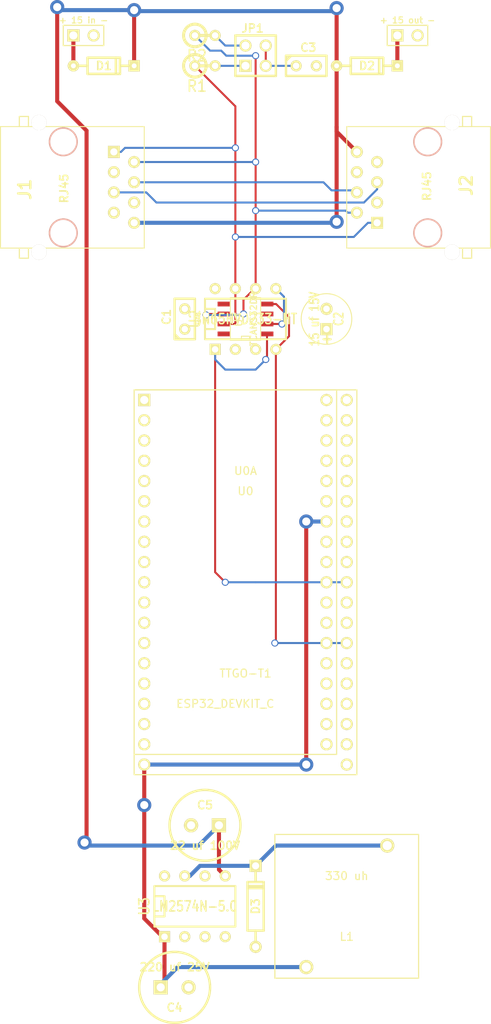
<source format=kicad_pcb>
(kicad_pcb (version 3) (host pcbnew "(22-Jun-2014 BZR 4027)-stable")

  (general
    (links 61)
    (no_connects 25)
    (area 106.108499 16.256 168.211501 145.821401)
    (thickness 1.6)
    (drawings 0)
    (tracks 133)
    (zones 0)
    (modules 21)
    (nets 17)
  )

  (page A3)
  (layers
    (15 F.Cu signal)
    (0 B.Cu signal)
    (16 B.Adhes user)
    (17 F.Adhes user)
    (18 B.Paste user)
    (19 F.Paste user)
    (20 B.SilkS user)
    (21 F.SilkS user)
    (22 B.Mask user)
    (23 F.Mask user)
    (24 Dwgs.User user)
    (25 Cmts.User user)
    (26 Eco1.User user)
    (27 Eco2.User user)
    (28 Edge.Cuts user)
  )

  (setup
    (last_trace_width 0.508)
    (user_trace_width 0.508)
    (trace_clearance 0.254)
    (zone_clearance 0.508)
    (zone_45_only no)
    (trace_min 0.254)
    (segment_width 0.2)
    (edge_width 0.1)
    (via_size 0.889)
    (via_drill 0.635)
    (via_min_size 0.889)
    (via_min_drill 0.508)
    (user_via 1.778 1.016)
    (uvia_size 0.508)
    (uvia_drill 0.127)
    (uvias_allowed no)
    (uvia_min_size 0.508)
    (uvia_min_drill 0.127)
    (pcb_text_width 0.3)
    (pcb_text_size 1.5 1.5)
    (mod_edge_width 0.15)
    (mod_text_size 1 1)
    (mod_text_width 0.15)
    (pad_size 1.524 1.524)
    (pad_drill 1.016)
    (pad_to_mask_clearance 0)
    (aux_axis_origin 0 0)
    (visible_elements 7FFFFFFF)
    (pcbplotparams
      (layerselection 3178497)
      (usegerberextensions true)
      (excludeedgelayer true)
      (linewidth 0.150000)
      (plotframeref false)
      (viasonmask false)
      (mode 1)
      (useauxorigin false)
      (hpglpennumber 1)
      (hpglpenspeed 20)
      (hpglpendiameter 15)
      (hpglpenoverlay 2)
      (psnegative false)
      (psa4output false)
      (plotreference true)
      (plotvalue true)
      (plotothertext true)
      (plotinvisibletext false)
      (padsonsilk false)
      (subtractmaskfromsilk false)
      (outputformat 1)
      (mirror false)
      (drillshape 1)
      (scaleselection 1)
      (outputdirectory ""))
  )

  (net 0 "")
  (net 1 +12V)
  (net 2 +5V)
  (net 3 "/CAN Transceiver/CANH")
  (net 4 "/CAN Transceiver/CANL")
  (net 5 "/CAN Transceiver/CAN_RX")
  (net 6 "/CAN Transceiver/CAN_TX")
  (net 7 3V3)
  (net 8 GND)
  (net 9 N-0000040)
  (net 10 N-0000041)
  (net 11 N-0000042)
  (net 12 N-0000044)
  (net 13 N-0000048)
  (net 14 N-0000049)
  (net 15 N-0000050)
  (net 16 N-0000052)

  (net_class Default "This is the default net class."
    (clearance 0.254)
    (trace_width 0.254)
    (via_dia 0.889)
    (via_drill 0.635)
    (uvia_dia 0.508)
    (uvia_drill 0.127)
    (add_net "")
    (add_net +12V)
    (add_net +5V)
    (add_net "/CAN Transceiver/CANH")
    (add_net "/CAN Transceiver/CANL")
    (add_net "/CAN Transceiver/CAN_RX")
    (add_net "/CAN Transceiver/CAN_TX")
    (add_net 3V3)
    (add_net GND)
    (add_net N-0000040)
    (add_net N-0000041)
    (add_net N-0000042)
    (add_net N-0000044)
    (add_net N-0000048)
    (add_net N-0000049)
    (add_net N-0000050)
    (add_net N-0000052)
  )

  (module ESP32-Devkit-C (layer F.Cu) (tedit 5C8D8F73) (tstamp 5C81D1C1)
    (at 137.16 90.17)
    (path /5C81CCAA)
    (fp_text reference U0 (at 0 -11.43) (layer F.SilkS)
      (effects (font (size 1 1) (thickness 0.15)))
    )
    (fp_text value ESP32_DEVKIT_C (at -2.54 15.24) (layer F.SilkS)
      (effects (font (size 1 1) (thickness 0.15)))
    )
    (fp_line (start -13.97 -24.13) (end 13.97 -24.13) (layer F.SilkS) (width 0.15))
    (fp_line (start 13.97 -24.13) (end 13.97 24.13) (layer F.SilkS) (width 0.15))
    (fp_line (start 13.97 24.13) (end -13.97 24.13) (layer F.SilkS) (width 0.15))
    (fp_line (start -13.97 24.13) (end -13.97 -24.13) (layer F.SilkS) (width 0.15))
    (pad 1 thru_hole rect (at -12.7 -22.86) (size 1.524 1.524) (drill 1.016)
      (layers *.Cu *.Mask F.SilkS)
      (net 7 3V3)
    )
    (pad 2 thru_hole circle (at -12.7 -20.32) (size 1.524 1.524) (drill 1.016)
      (layers *.Cu *.Mask F.SilkS)
    )
    (pad 3 thru_hole circle (at -12.7 -17.78) (size 1.524 1.524) (drill 1.016)
      (layers *.Cu *.Mask F.SilkS)
    )
    (pad 4 thru_hole circle (at -12.7 -15.24) (size 1.524 1.524) (drill 1.016)
      (layers *.Cu *.Mask F.SilkS)
    )
    (pad 5 thru_hole circle (at -12.7 -12.7) (size 1.524 1.524) (drill 1.016)
      (layers *.Cu *.Mask F.SilkS)
    )
    (pad 6 thru_hole circle (at -12.7 -10.16) (size 1.524 1.524) (drill 1.016)
      (layers *.Cu *.Mask F.SilkS)
    )
    (pad 7 thru_hole circle (at -12.7 -7.62) (size 1.524 1.524) (drill 1.016)
      (layers *.Cu *.Mask F.SilkS)
    )
    (pad 8 thru_hole circle (at -12.7 -5.08) (size 1.524 1.524) (drill 1.016)
      (layers *.Cu *.Mask F.SilkS)
    )
    (pad 9 thru_hole circle (at -12.7 -2.54) (size 1.524 1.524) (drill 1.016)
      (layers *.Cu *.Mask F.SilkS)
    )
    (pad 10 thru_hole circle (at -12.7 0) (size 1.524 1.524) (drill 1.016)
      (layers *.Cu *.Mask F.SilkS)
    )
    (pad 11 thru_hole circle (at -12.7 2.54) (size 1.524 1.524) (drill 1.016)
      (layers *.Cu *.Mask F.SilkS)
    )
    (pad 12 thru_hole circle (at -12.7 5.08) (size 1.524 1.524) (drill 1.016)
      (layers *.Cu *.Mask F.SilkS)
    )
    (pad 13 thru_hole circle (at -12.7 7.62) (size 1.524 1.524) (drill 1.016)
      (layers *.Cu *.Mask F.SilkS)
    )
    (pad 14 thru_hole circle (at -12.7 10.16) (size 1.524 1.524) (drill 1.016)
      (layers *.Cu *.Mask F.SilkS)
      (net 8 GND)
    )
    (pad 15 thru_hole circle (at -12.7 12.7) (size 1.524 1.524) (drill 1.016)
      (layers *.Cu *.Mask F.SilkS)
    )
    (pad 16 thru_hole circle (at -12.7 15.24) (size 1.524 1.524) (drill 1.016)
      (layers *.Cu *.Mask F.SilkS)
    )
    (pad 17 thru_hole circle (at -12.7 17.78) (size 1.524 1.524) (drill 1.016)
      (layers *.Cu *.Mask F.SilkS)
    )
    (pad 18 thru_hole circle (at -12.7 20.32) (size 1.524 1.524) (drill 1.016)
      (layers *.Cu *.Mask F.SilkS)
    )
    (pad 19 thru_hole circle (at -12.7 22.86) (size 1.524 1.524) (drill 1.016)
      (layers *.Cu *.Mask F.SilkS)
      (net 2 +5V)
    )
    (pad 20 thru_hole circle (at 12.7 22.86) (size 1.524 1.524) (drill 1.016)
      (layers *.Cu *.Mask F.SilkS)
    )
    (pad 21 thru_hole circle (at 12.7 20.32) (size 1.524 1.524) (drill 1.016)
      (layers *.Cu *.Mask F.SilkS)
    )
    (pad 22 thru_hole circle (at 12.7 17.78) (size 1.524 1.524) (drill 1.016)
      (layers *.Cu *.Mask F.SilkS)
    )
    (pad 23 thru_hole circle (at 12.7 15.24) (size 1.524 1.524) (drill 1.016)
      (layers *.Cu *.Mask F.SilkS)
    )
    (pad 24 thru_hole circle (at 12.7 12.7) (size 1.524 1.524) (drill 1.016)
      (layers *.Cu *.Mask F.SilkS)
    )
    (pad 25 thru_hole circle (at 12.7 10.16) (size 1.524 1.524) (drill 1.016)
      (layers *.Cu *.Mask F.SilkS)
    )
    (pad 26 thru_hole circle (at 12.7 7.62) (size 1.524 1.524) (drill 1.016)
      (layers *.Cu *.Mask F.SilkS)
      (net 5 "/CAN Transceiver/CAN_RX")
    )
    (pad 27 thru_hole circle (at 12.7 5.08) (size 1.524 1.524) (drill 1.016)
      (layers *.Cu *.Mask F.SilkS)
    )
    (pad 28 thru_hole circle (at 12.7 2.54) (size 1.524 1.524) (drill 1.016)
      (layers *.Cu *.Mask F.SilkS)
    )
    (pad 29 thru_hole circle (at 12.7 0) (size 1.524 1.524) (drill 1.016)
      (layers *.Cu *.Mask F.SilkS)
      (net 6 "/CAN Transceiver/CAN_TX")
    )
    (pad 30 thru_hole circle (at 12.7 -2.54) (size 1.524 1.524) (drill 1.016)
      (layers *.Cu *.Mask F.SilkS)
    )
    (pad 31 thru_hole circle (at 12.7 -5.08) (size 1.524 1.524) (drill 1.016)
      (layers *.Cu *.Mask F.SilkS)
    )
    (pad 32 thru_hole circle (at 12.7 -7.62) (size 1.524 1.524) (drill 1.016)
      (layers *.Cu *.Mask F.SilkS)
    )
    (pad 33 thru_hole circle (at 12.7 -10.16) (size 1.524 1.524) (drill 1.016)
      (layers *.Cu *.Mask F.SilkS)
    )
    (pad 34 thru_hole circle (at 12.7 -12.7) (size 1.524 1.524) (drill 1.016)
      (layers *.Cu *.Mask F.SilkS)
    )
    (pad 35 thru_hole circle (at 12.7 -15.24) (size 1.524 1.524) (drill 1.016)
      (layers *.Cu *.Mask F.SilkS)
    )
    (pad 36 thru_hole circle (at 12.7 -17.78) (size 1.524 1.524) (drill 1.016)
      (layers *.Cu *.Mask F.SilkS)
    )
    (pad 37 thru_hole circle (at 12.7 -20.32) (size 1.524 1.524) (drill 1.016)
      (layers *.Cu *.Mask F.SilkS)
    )
    (pad 38 thru_hole circle (at 12.7 -22.86) (size 1.524 1.524) (drill 1.016)
      (layers *.Cu *.Mask F.SilkS)
      (net 8 GND)
    )
  )

  (module SOIC-8_N (layer F.Cu) (tedit 515D92CB) (tstamp 5C82A056)
    (at 137.16 57.15 90)
    (descr "module CMS SOJ 8 pins etroit")
    (tags "CMS SOJ")
    (path /5C828AE5/5C828C17)
    (attr smd)
    (fp_text reference U1 (at 0 -0.889 90) (layer F.SilkS)
      (effects (font (size 1 1) (thickness 0.15)))
    )
    (fp_text value TCAN332DR (at 0 1.016 90) (layer F.SilkS)
      (effects (font (size 0.8 0.8) (thickness 0.15)))
    )
    (fp_line (start -2.667 1.778) (end -2.667 1.905) (layer F.SilkS) (width 0.127))
    (fp_line (start -2.667 1.905) (end 2.667 1.905) (layer F.SilkS) (width 0.127))
    (fp_line (start 2.667 -1.905) (end -2.667 -1.905) (layer F.SilkS) (width 0.127))
    (fp_line (start -2.667 -1.905) (end -2.667 1.778) (layer F.SilkS) (width 0.127))
    (fp_line (start -2.667 -0.508) (end -2.159 -0.508) (layer F.SilkS) (width 0.127))
    (fp_line (start -2.159 -0.508) (end -2.159 0.508) (layer F.SilkS) (width 0.127))
    (fp_line (start -2.159 0.508) (end -2.667 0.508) (layer F.SilkS) (width 0.127))
    (fp_line (start 2.667 -1.905) (end 2.667 1.905) (layer F.SilkS) (width 0.127))
    (pad 8 smd rect (at -1.875 -2.7 90) (size 0.6 1.6)
      (layers F.Cu F.Paste F.Mask)
    )
    (pad 1 smd rect (at -1.875 2.7 90) (size 0.6 1.6)
      (layers F.Cu F.Paste F.Mask)
      (net 6 "/CAN Transceiver/CAN_TX")
    )
    (pad 7 smd rect (at -0.625 -2.7 90) (size 0.6 1.6)
      (layers F.Cu F.Paste F.Mask)
      (net 3 "/CAN Transceiver/CANH")
    )
    (pad 6 smd rect (at 0.625 -2.7 90) (size 0.6 1.6)
      (layers F.Cu F.Paste F.Mask)
      (net 4 "/CAN Transceiver/CANL")
    )
    (pad 5 smd rect (at 1.875 -2.7 90) (size 0.6 1.6)
      (layers F.Cu F.Paste F.Mask)
    )
    (pad 2 smd rect (at -0.625 2.7 90) (size 0.6 1.6)
      (layers F.Cu F.Paste F.Mask)
      (net 8 GND)
    )
    (pad 3 smd rect (at 0.625 2.7 90) (size 0.6 1.6)
      (layers F.Cu F.Paste F.Mask)
      (net 7 3V3)
    )
    (pad 4 smd rect (at 1.875 2.7 90) (size 0.6 1.6)
      (layers F.Cu F.Paste F.Mask)
      (net 5 "/CAN Transceiver/CAN_RX")
    )
    (model smd/cms_so8.wrl
      (at (xyz 0 0 0))
      (scale (xyz 0.5 0.32 0.5))
      (rotate (xyz 0 0 0))
    )
  )

  (module ScrewTerm2.54-2 (layer F.Cu) (tedit 594CFC1E) (tstamp 5C82A060)
    (at 116.84 21.59)
    (descr "Connecteurs 2 pins")
    (tags "CONN DEV")
    (path /5C828AE5/5C82965E)
    (fp_text reference T1 (at -2.7 -1.9) (layer F.SilkS) hide
      (effects (font (size 0.762 0.762) (thickness 0.1524)))
    )
    (fp_text value "+ 15 in -" (at 0 -1.905) (layer F.SilkS)
      (effects (font (size 0.762 0.762) (thickness 0.1524)))
    )
    (fp_line (start -2.54 1.27) (end -2.54 -1.27) (layer F.SilkS) (width 0.1524))
    (fp_line (start -2.54 -1.27) (end 2.54 -1.27) (layer F.SilkS) (width 0.1524))
    (fp_line (start 2.54 -1.27) (end 2.54 1.27) (layer F.SilkS) (width 0.1524))
    (fp_line (start 2.54 1.27) (end -2.54 1.27) (layer F.SilkS) (width 0.1524))
    (pad 1 thru_hole rect (at -1.27 0 90) (size 1.524 1.524) (drill 1.016)
      (layers *.Cu *.Mask F.SilkS)
      (net 11 N-0000042)
    )
    (pad 2 thru_hole circle (at 1.27 0 90) (size 1.524 1.524) (drill 1.016)
      (layers *.Cu *.Mask F.SilkS)
      (net 8 GND)
    )
    (model walter/conn_screw/mors_2p.wrl
      (at (xyz 0 0 0))
      (scale (xyz 0.5 0.5 0.5))
      (rotate (xyz 0 0 180))
    )
  )

  (module ScrewTerm2.54-2 (layer F.Cu) (tedit 594CFC1E) (tstamp 5C82A06A)
    (at 157.48 21.59)
    (descr "Connecteurs 2 pins")
    (tags "CONN DEV")
    (path /5C828AE5/5C829479)
    (fp_text reference T2 (at -2.7 -1.9) (layer F.SilkS) hide
      (effects (font (size 0.762 0.762) (thickness 0.1524)))
    )
    (fp_text value "+ 15 out -" (at 0 -1.905) (layer F.SilkS)
      (effects (font (size 0.762 0.762) (thickness 0.1524)))
    )
    (fp_line (start -2.54 1.27) (end -2.54 -1.27) (layer F.SilkS) (width 0.1524))
    (fp_line (start -2.54 -1.27) (end 2.54 -1.27) (layer F.SilkS) (width 0.1524))
    (fp_line (start 2.54 -1.27) (end 2.54 1.27) (layer F.SilkS) (width 0.1524))
    (fp_line (start 2.54 1.27) (end -2.54 1.27) (layer F.SilkS) (width 0.1524))
    (pad 1 thru_hole rect (at -1.27 0 90) (size 1.524 1.524) (drill 1.016)
      (layers *.Cu *.Mask F.SilkS)
      (net 12 N-0000044)
    )
    (pad 2 thru_hole circle (at 1.27 0 90) (size 1.524 1.524) (drill 1.016)
      (layers *.Cu *.Mask F.SilkS)
      (net 8 GND)
    )
    (model walter/conn_screw/mors_2p.wrl
      (at (xyz 0 0 0))
      (scale (xyz 0.5 0.5 0.5))
      (rotate (xyz 0 0 180))
    )
  )

  (module RJ45_8N-S (layer F.Cu) (tedit 58F90078) (tstamp 5C82A084)
    (at 114.3 40.64 270)
    (tags RJ45)
    (path /5C828AE5/5C829180)
    (fp_text reference J1 (at 0.254 4.826 270) (layer F.SilkS)
      (effects (font (size 1.524 1.524) (thickness 0.3048)))
    )
    (fp_text value RJ45 (at 0.14224 -0.1016 270) (layer F.SilkS)
      (effects (font (size 1.00076 1.00076) (thickness 0.2032)))
    )
    (fp_line (start -7.62 5.5118) (end -8.89 5.5118) (layer F.SilkS) (width 0.15))
    (fp_line (start -8.89 5.5118) (end -8.89 4.3688) (layer F.SilkS) (width 0.15))
    (fp_line (start -8.89 4.3688) (end -7.62 4.3688) (layer F.SilkS) (width 0.15))
    (fp_line (start 7.62 5.5118) (end 8.89 5.5118) (layer F.SilkS) (width 0.15))
    (fp_line (start 8.89 5.5118) (end 8.89 4.3688) (layer F.SilkS) (width 0.15))
    (fp_line (start 8.89 4.3688) (end 7.62 4.3688) (layer F.SilkS) (width 0.15))
    (fp_line (start -7.62 7.874) (end 7.62 7.874) (layer F.SilkS) (width 0.127))
    (fp_line (start 7.62 7.874) (end 7.62 -10.16) (layer F.SilkS) (width 0.127))
    (fp_line (start 7.62 -10.16) (end -7.62 -10.16) (layer F.SilkS) (width 0.127))
    (fp_line (start -7.62 -10.16) (end -7.62 7.874) (layer F.SilkS) (width 0.127))
    (pad "" np_thru_hole circle (at 5.715 0 270) (size 3.64998 3.64998) (drill 3.2512)
      (layers *.Cu *.SilkS *.Mask)
    )
    (pad "" np_thru_hole circle (at -5.715 0 270) (size 3.64998 3.64998) (drill 3.2512)
      (layers *.Cu *.SilkS *.Mask)
    )
    (pad 1 thru_hole rect (at -4.445 -6.35 270) (size 1.50114 1.50114) (drill 0.89916)
      (layers *.Cu *.Mask F.SilkS)
      (net 3 "/CAN Transceiver/CANH")
    )
    (pad 2 thru_hole circle (at -3.175 -8.89 270) (size 1.50114 1.50114) (drill 0.89916)
      (layers *.Cu *.Mask F.SilkS)
      (net 4 "/CAN Transceiver/CANL")
    )
    (pad 3 thru_hole circle (at -1.905 -6.35 270) (size 1.50114 1.50114) (drill 0.89916)
      (layers *.Cu *.Mask F.SilkS)
      (net 8 GND)
    )
    (pad 4 thru_hole circle (at -0.635 -8.89 270) (size 1.50114 1.50114) (drill 0.89916)
      (layers *.Cu *.Mask F.SilkS)
      (net 9 N-0000040)
    )
    (pad 5 thru_hole circle (at 0.635 -6.35 270) (size 1.50114 1.50114) (drill 0.89916)
      (layers *.Cu *.Mask F.SilkS)
      (net 10 N-0000041)
    )
    (pad 6 thru_hole circle (at 1.905 -8.89 270) (size 1.50114 1.50114) (drill 0.89916)
      (layers *.Cu *.Mask F.SilkS)
      (net 8 GND)
    )
    (pad 7 thru_hole circle (at 3.175 -6.35 270) (size 1.50114 1.50114) (drill 0.89916)
      (layers *.Cu *.Mask F.SilkS)
      (net 8 GND)
    )
    (pad 8 thru_hole circle (at 4.445 -8.89 270) (size 1.50114 1.50114) (drill 0.89916)
      (layers *.Cu *.Mask F.SilkS)
      (net 1 +12V)
    )
    (pad "" thru_hole circle (at -8.128 3.048 270) (size 1.9304 1.9304) (drill 1.9304)
      (layers *.Cu *.Mask F.SilkS)
    )
    (pad "" thru_hole circle (at 8.128 3.048 270) (size 1.9304 1.9304) (drill 1.9304)
      (layers *.Cu *.Mask F.SilkS)
    )
    (model connectors/RJ45_8.wrl
      (at (xyz 0 0 0))
      (scale (xyz 0.4 0.4 0.4))
      (rotate (xyz 0 0 0))
    )
  )

  (module RJ45_8N-S (layer F.Cu) (tedit 58F90078) (tstamp 5C82A09E)
    (at 160.02 40.64 90)
    (tags RJ45)
    (path /5C828AE5/5C829171)
    (fp_text reference J2 (at 0.254 4.826 90) (layer F.SilkS)
      (effects (font (size 1.524 1.524) (thickness 0.3048)))
    )
    (fp_text value RJ45 (at 0.14224 -0.1016 90) (layer F.SilkS)
      (effects (font (size 1.00076 1.00076) (thickness 0.2032)))
    )
    (fp_line (start -7.62 5.5118) (end -8.89 5.5118) (layer F.SilkS) (width 0.15))
    (fp_line (start -8.89 5.5118) (end -8.89 4.3688) (layer F.SilkS) (width 0.15))
    (fp_line (start -8.89 4.3688) (end -7.62 4.3688) (layer F.SilkS) (width 0.15))
    (fp_line (start 7.62 5.5118) (end 8.89 5.5118) (layer F.SilkS) (width 0.15))
    (fp_line (start 8.89 5.5118) (end 8.89 4.3688) (layer F.SilkS) (width 0.15))
    (fp_line (start 8.89 4.3688) (end 7.62 4.3688) (layer F.SilkS) (width 0.15))
    (fp_line (start -7.62 7.874) (end 7.62 7.874) (layer F.SilkS) (width 0.127))
    (fp_line (start 7.62 7.874) (end 7.62 -10.16) (layer F.SilkS) (width 0.127))
    (fp_line (start 7.62 -10.16) (end -7.62 -10.16) (layer F.SilkS) (width 0.127))
    (fp_line (start -7.62 -10.16) (end -7.62 7.874) (layer F.SilkS) (width 0.127))
    (pad "" np_thru_hole circle (at 5.715 0 90) (size 3.64998 3.64998) (drill 3.2512)
      (layers *.Cu *.SilkS *.Mask)
    )
    (pad "" np_thru_hole circle (at -5.715 0 90) (size 3.64998 3.64998) (drill 3.2512)
      (layers *.Cu *.SilkS *.Mask)
    )
    (pad 1 thru_hole rect (at -4.445 -6.35 90) (size 1.50114 1.50114) (drill 0.89916)
      (layers *.Cu *.Mask F.SilkS)
      (net 3 "/CAN Transceiver/CANH")
    )
    (pad 2 thru_hole circle (at -3.175 -8.89 90) (size 1.50114 1.50114) (drill 0.89916)
      (layers *.Cu *.Mask F.SilkS)
      (net 4 "/CAN Transceiver/CANL")
    )
    (pad 3 thru_hole circle (at -1.905 -6.35 90) (size 1.50114 1.50114) (drill 0.89916)
      (layers *.Cu *.Mask F.SilkS)
      (net 8 GND)
    )
    (pad 4 thru_hole circle (at -0.635 -8.89 90) (size 1.50114 1.50114) (drill 0.89916)
      (layers *.Cu *.Mask F.SilkS)
      (net 9 N-0000040)
    )
    (pad 5 thru_hole circle (at 0.635 -6.35 90) (size 1.50114 1.50114) (drill 0.89916)
      (layers *.Cu *.Mask F.SilkS)
      (net 10 N-0000041)
    )
    (pad 6 thru_hole circle (at 1.905 -8.89 90) (size 1.50114 1.50114) (drill 0.89916)
      (layers *.Cu *.Mask F.SilkS)
      (net 8 GND)
    )
    (pad 7 thru_hole circle (at 3.175 -6.35 90) (size 1.50114 1.50114) (drill 0.89916)
      (layers *.Cu *.Mask F.SilkS)
      (net 8 GND)
    )
    (pad 8 thru_hole circle (at 4.445 -8.89 90) (size 1.50114 1.50114) (drill 0.89916)
      (layers *.Cu *.Mask F.SilkS)
      (net 1 +12V)
    )
    (pad "" thru_hole circle (at -8.128 3.048 90) (size 1.9304 1.9304) (drill 1.9304)
      (layers *.Cu *.Mask F.SilkS)
    )
    (pad "" thru_hole circle (at 8.128 3.048 90) (size 1.9304 1.9304) (drill 1.9304)
      (layers *.Cu *.Mask F.SilkS)
    )
    (model connectors/RJ45_8.wrl
      (at (xyz 0 0 0))
      (scale (xyz 0.4 0.4 0.4))
      (rotate (xyz 0 0 0))
    )
  )

  (module R1 (layer F.Cu) (tedit 200000) (tstamp 5C82A0A6)
    (at 132.08 21.59)
    (descr "Resistance verticale")
    (tags R)
    (path /5C828AE5/5C828FA2)
    (autoplace_cost90 10)
    (autoplace_cost180 10)
    (fp_text reference R2 (at -1.016 2.54) (layer F.SilkS)
      (effects (font (size 1.397 1.27) (thickness 0.2032)))
    )
    (fp_text value "60 Ohms" (at -1.143 2.54) (layer F.SilkS) hide
      (effects (font (size 1.397 1.27) (thickness 0.2032)))
    )
    (fp_line (start -1.27 0) (end 1.27 0) (layer F.SilkS) (width 0.381))
    (fp_circle (center -1.27 0) (end -0.635 1.27) (layer F.SilkS) (width 0.381))
    (pad 1 thru_hole circle (at -1.27 0) (size 1.397 1.397) (drill 0.8128)
      (layers *.Cu *.Mask F.SilkS)
      (net 4 "/CAN Transceiver/CANL")
    )
    (pad 2 thru_hole circle (at 1.27 0) (size 1.397 1.397) (drill 0.8128)
      (layers *.Cu *.Mask F.SilkS)
      (net 13 N-0000048)
    )
    (model discret/verti_resistor.wrl
      (at (xyz 0 0 0))
      (scale (xyz 1 1 1))
      (rotate (xyz 0 0 0))
    )
  )

  (module R1 (layer F.Cu) (tedit 200000) (tstamp 5C82A0AE)
    (at 132.08 25.4)
    (descr "Resistance verticale")
    (tags R)
    (path /5C828AE5/5C828F93)
    (autoplace_cost90 10)
    (autoplace_cost180 10)
    (fp_text reference R1 (at -1.016 2.54) (layer F.SilkS)
      (effects (font (size 1.397 1.27) (thickness 0.2032)))
    )
    (fp_text value "60 Ohms" (at -1.143 2.54) (layer F.SilkS) hide
      (effects (font (size 1.397 1.27) (thickness 0.2032)))
    )
    (fp_line (start -1.27 0) (end 1.27 0) (layer F.SilkS) (width 0.381))
    (fp_circle (center -1.27 0) (end -0.635 1.27) (layer F.SilkS) (width 0.381))
    (pad 1 thru_hole circle (at -1.27 0) (size 1.397 1.397) (drill 0.8128)
      (layers *.Cu *.Mask F.SilkS)
      (net 3 "/CAN Transceiver/CANH")
    )
    (pad 2 thru_hole circle (at 1.27 0) (size 1.397 1.397) (drill 0.8128)
      (layers *.Cu *.Mask F.SilkS)
      (net 14 N-0000049)
    )
    (model discret/verti_resistor.wrl
      (at (xyz 0 0 0))
      (scale (xyz 1 1 1))
      (rotate (xyz 0 0 0))
    )
  )

  (module PIN_ARRAY_2X2 (layer F.Cu) (tedit 3FAB87D4) (tstamp 5C82A0BA)
    (at 138.43 24.13)
    (descr "Double rangee de contacts 2 x 2 pins")
    (tags CONN)
    (path /5C828AE5/5C829002)
    (fp_text reference JP1 (at -0.381 -3.429) (layer F.SilkS)
      (effects (font (size 1.016 1.016) (thickness 0.2032)))
    )
    (fp_text value Termination (at 0 3.048) (layer F.SilkS) hide
      (effects (font (size 1.016 1.016) (thickness 0.2032)))
    )
    (fp_line (start -2.54 -2.54) (end 2.54 -2.54) (layer F.SilkS) (width 0.3048))
    (fp_line (start 2.54 -2.54) (end 2.54 2.54) (layer F.SilkS) (width 0.3048))
    (fp_line (start 2.54 2.54) (end -2.54 2.54) (layer F.SilkS) (width 0.3048))
    (fp_line (start -2.54 2.54) (end -2.54 -2.54) (layer F.SilkS) (width 0.3048))
    (pad 1 thru_hole rect (at -1.27 1.27) (size 1.524 1.524) (drill 1.016)
      (layers *.Cu *.Mask F.SilkS)
      (net 14 N-0000049)
    )
    (pad 2 thru_hole circle (at -1.27 -1.27) (size 1.524 1.524) (drill 1.016)
      (layers *.Cu *.Mask F.SilkS)
      (net 13 N-0000048)
    )
    (pad 3 thru_hole circle (at 1.27 1.27) (size 1.524 1.524) (drill 1.016)
      (layers *.Cu *.Mask F.SilkS)
      (net 15 N-0000050)
    )
    (pad 4 thru_hole circle (at 1.27 -1.27) (size 1.524 1.524) (drill 1.016)
      (layers *.Cu *.Mask F.SilkS)
      (net 15 N-0000050)
    )
    (model pin_array/pins_array_2x2.wrl
      (at (xyz 0 0 0))
      (scale (xyz 1 1 1))
      (rotate (xyz 0 0 0))
    )
  )

  (module PE-LowProfile (layer F.Cu) (tedit 5C7D3398) (tstamp 5C82A0C4)
    (at 149.86 130.81 180)
    (path /5C828B13/5C829D66)
    (fp_text reference L1 (at 0 -3.81 180) (layer F.SilkS)
      (effects (font (size 1 1) (thickness 0.15)))
    )
    (fp_text value "330 uh" (at 0 3.81 180) (layer F.SilkS)
      (effects (font (size 1 1) (thickness 0.15)))
    )
    (fp_line (start -9.015 -9.015) (end 9.015 -9.015) (layer F.SilkS) (width 0.15))
    (fp_line (start 9.015 -9.015) (end 9.015 9.015) (layer F.SilkS) (width 0.15))
    (fp_line (start 9.015 9.015) (end -9.015 9.015) (layer F.SilkS) (width 0.15))
    (fp_line (start -9.015 9.015) (end -9.015 -9.015) (layer F.SilkS) (width 0.15))
    (pad 1 thru_hole circle (at 5.08 -7.62 180) (size 1.78 1.78) (drill 1.14)
      (layers *.Cu *.Mask F.SilkS)
      (net 2 +5V)
    )
    (pad 2 thru_hole circle (at -5.08 7.62 180) (size 1.78 1.78) (drill 1.14)
      (layers *.Cu *.Mask F.SilkS)
      (net 16 N-0000052)
    )
  )

  (module DO-41 (layer F.Cu) (tedit 4C5F69ED) (tstamp 5C82A0D6)
    (at 138.43 130.81 90)
    (descr "Diode 3 pas")
    (tags "DIODE DEV")
    (path /5C828B13/5C829D75)
    (fp_text reference D3 (at 0 0 90) (layer F.SilkS)
      (effects (font (size 1.016 1.016) (thickness 0.2032)))
    )
    (fp_text value SB160-E3/54 (at 0 0 90) (layer F.SilkS) hide
      (effects (font (size 1.016 1.016) (thickness 0.2032)))
    )
    (fp_line (start -3.81 0) (end -5.08 0) (layer F.SilkS) (width 0.3175))
    (fp_line (start 3.81 0) (end 5.08 0) (layer F.SilkS) (width 0.3175))
    (fp_line (start 3.81 0) (end 3.048 0) (layer F.SilkS) (width 0.3175))
    (fp_line (start 3.048 0) (end 3.048 -1.016) (layer F.SilkS) (width 0.3048))
    (fp_line (start 3.048 -1.016) (end -3.048 -1.016) (layer F.SilkS) (width 0.3048))
    (fp_line (start -3.048 -1.016) (end -3.048 0) (layer F.SilkS) (width 0.3048))
    (fp_line (start -3.048 0) (end -3.81 0) (layer F.SilkS) (width 0.3048))
    (fp_line (start -3.048 0) (end -3.048 1.016) (layer F.SilkS) (width 0.3048))
    (fp_line (start -3.048 1.016) (end 3.048 1.016) (layer F.SilkS) (width 0.3048))
    (fp_line (start 3.048 1.016) (end 3.048 0) (layer F.SilkS) (width 0.3048))
    (fp_line (start 2.54 -1.016) (end 2.54 1.016) (layer F.SilkS) (width 0.3048))
    (fp_line (start 2.286 1.016) (end 2.286 -1.016) (layer F.SilkS) (width 0.3048))
    (pad 2 thru_hole rect (at 5.08 0 90) (size 1.524 1.524) (drill 0.889)
      (layers *.Cu *.Mask F.SilkS)
      (net 16 N-0000052)
    )
    (pad 1 thru_hole circle (at -5.08 0 90) (size 1.524 1.524) (drill 0.889)
      (layers *.Cu *.Mask F.SilkS)
      (net 8 GND)
    )
  )

  (module DO-35 (layer F.Cu) (tedit 4C5F69DC) (tstamp 5C82A0E3)
    (at 152.4 25.4)
    (descr "Diode 3 pas")
    (tags "DIODE DEV")
    (path /5C828AE5/5C829535)
    (fp_text reference D2 (at 0 0) (layer F.SilkS)
      (effects (font (size 1.016 1.016) (thickness 0.2032)))
    )
    (fp_text value SB240E (at 0 0) (layer F.SilkS) hide
      (effects (font (size 1.016 1.016) (thickness 0.2032)))
    )
    (fp_line (start 2.032 0) (end 3.81 0) (layer F.SilkS) (width 0.3175))
    (fp_line (start -2.032 0) (end -3.81 0) (layer F.SilkS) (width 0.3175))
    (fp_line (start 1.524 -1.016) (end 1.524 1.016) (layer F.SilkS) (width 0.3175))
    (fp_line (start -2.032 -1.016) (end -2.032 1.016) (layer F.SilkS) (width 0.3175))
    (fp_line (start -2.032 1.016) (end 2.032 1.016) (layer F.SilkS) (width 0.3175))
    (fp_line (start 2.032 1.016) (end 2.032 -1.016) (layer F.SilkS) (width 0.3175))
    (fp_line (start 2.032 -1.016) (end -2.032 -1.016) (layer F.SilkS) (width 0.3175))
    (pad 2 thru_hole rect (at 3.81 0) (size 1.4224 1.4224) (drill 0.6096)
      (layers *.Cu *.Mask F.SilkS)
      (net 12 N-0000044)
    )
    (pad 1 thru_hole circle (at -3.81 0) (size 1.4224 1.4224) (drill 0.6096)
      (layers *.Cu *.Mask F.SilkS)
      (net 1 +12V)
    )
    (model discret/diode.wrl
      (at (xyz 0 0 0))
      (scale (xyz 0.3 0.3 0.3))
      (rotate (xyz 0 0 0))
    )
  )

  (module DO-35 (layer F.Cu) (tedit 4C5F69DC) (tstamp 5C82A0F0)
    (at 119.38 25.4)
    (descr "Diode 3 pas")
    (tags "DIODE DEV")
    (path /5C828AE5/5C8297A7)
    (fp_text reference D1 (at 0 0) (layer F.SilkS)
      (effects (font (size 1.016 1.016) (thickness 0.2032)))
    )
    (fp_text value SB240E (at 0 0) (layer F.SilkS) hide
      (effects (font (size 1.016 1.016) (thickness 0.2032)))
    )
    (fp_line (start 2.032 0) (end 3.81 0) (layer F.SilkS) (width 0.3175))
    (fp_line (start -2.032 0) (end -3.81 0) (layer F.SilkS) (width 0.3175))
    (fp_line (start 1.524 -1.016) (end 1.524 1.016) (layer F.SilkS) (width 0.3175))
    (fp_line (start -2.032 -1.016) (end -2.032 1.016) (layer F.SilkS) (width 0.3175))
    (fp_line (start -2.032 1.016) (end 2.032 1.016) (layer F.SilkS) (width 0.3175))
    (fp_line (start 2.032 1.016) (end 2.032 -1.016) (layer F.SilkS) (width 0.3175))
    (fp_line (start 2.032 -1.016) (end -2.032 -1.016) (layer F.SilkS) (width 0.3175))
    (pad 2 thru_hole rect (at 3.81 0) (size 1.4224 1.4224) (drill 0.6096)
      (layers *.Cu *.Mask F.SilkS)
      (net 1 +12V)
    )
    (pad 1 thru_hole circle (at -3.81 0) (size 1.4224 1.4224) (drill 0.6096)
      (layers *.Cu *.Mask F.SilkS)
      (net 11 N-0000042)
    )
    (model discret/diode.wrl
      (at (xyz 0 0 0))
      (scale (xyz 0.3 0.3 0.3))
      (rotate (xyz 0 0 0))
    )
  )

  (module DIP-8__300 (layer F.Cu) (tedit 43A7F843) (tstamp 5C82A103)
    (at 137.16 57.15)
    (descr "8 pins DIL package, round pads")
    (tags DIL)
    (path /5C828AE5/5C828BDF)
    (fp_text reference U2 (at -6.35 0 90) (layer F.SilkS)
      (effects (font (size 1.27 1.143) (thickness 0.2032)))
    )
    (fp_text value SN65HVD233-HT (at 0 0) (layer F.SilkS)
      (effects (font (size 1.27 1.016) (thickness 0.2032)))
    )
    (fp_line (start -5.08 -1.27) (end -3.81 -1.27) (layer F.SilkS) (width 0.254))
    (fp_line (start -3.81 -1.27) (end -3.81 1.27) (layer F.SilkS) (width 0.254))
    (fp_line (start -3.81 1.27) (end -5.08 1.27) (layer F.SilkS) (width 0.254))
    (fp_line (start -5.08 -2.54) (end 5.08 -2.54) (layer F.SilkS) (width 0.254))
    (fp_line (start 5.08 -2.54) (end 5.08 2.54) (layer F.SilkS) (width 0.254))
    (fp_line (start 5.08 2.54) (end -5.08 2.54) (layer F.SilkS) (width 0.254))
    (fp_line (start -5.08 2.54) (end -5.08 -2.54) (layer F.SilkS) (width 0.254))
    (pad 1 thru_hole rect (at -3.81 3.81) (size 1.397 1.397) (drill 0.8128)
      (layers *.Cu *.Mask F.SilkS)
      (net 6 "/CAN Transceiver/CAN_TX")
    )
    (pad 2 thru_hole circle (at -1.27 3.81) (size 1.397 1.397) (drill 0.8128)
      (layers *.Cu *.Mask F.SilkS)
      (net 8 GND)
    )
    (pad 3 thru_hole circle (at 1.27 3.81) (size 1.397 1.397) (drill 0.8128)
      (layers *.Cu *.Mask F.SilkS)
      (net 7 3V3)
    )
    (pad 4 thru_hole circle (at 3.81 3.81) (size 1.397 1.397) (drill 0.8128)
      (layers *.Cu *.Mask F.SilkS)
      (net 5 "/CAN Transceiver/CAN_RX")
    )
    (pad 5 thru_hole circle (at 3.81 -3.81) (size 1.397 1.397) (drill 0.8128)
      (layers *.Cu *.Mask F.SilkS)
      (net 8 GND)
    )
    (pad 6 thru_hole circle (at 1.27 -3.81) (size 1.397 1.397) (drill 0.8128)
      (layers *.Cu *.Mask F.SilkS)
      (net 4 "/CAN Transceiver/CANL")
    )
    (pad 7 thru_hole circle (at -1.27 -3.81) (size 1.397 1.397) (drill 0.8128)
      (layers *.Cu *.Mask F.SilkS)
      (net 3 "/CAN Transceiver/CANH")
    )
    (pad 8 thru_hole circle (at -3.81 -3.81) (size 1.397 1.397) (drill 0.8128)
      (layers *.Cu *.Mask F.SilkS)
      (net 8 GND)
    )
    (model dil/dil_8.wrl
      (at (xyz 0 0 0))
      (scale (xyz 1 1 1))
      (rotate (xyz 0 0 0))
    )
  )

  (module DIP-8__300 (layer F.Cu) (tedit 43A7F843) (tstamp 5C82A116)
    (at 130.81 130.81)
    (descr "8 pins DIL package, round pads")
    (tags DIL)
    (path /5C828B13/5C829CEE)
    (fp_text reference U3 (at -6.35 0 90) (layer F.SilkS)
      (effects (font (size 1.27 1.143) (thickness 0.2032)))
    )
    (fp_text value LM2574N-5.0 (at 0 0) (layer F.SilkS)
      (effects (font (size 1.27 1.016) (thickness 0.2032)))
    )
    (fp_line (start -5.08 -1.27) (end -3.81 -1.27) (layer F.SilkS) (width 0.254))
    (fp_line (start -3.81 -1.27) (end -3.81 1.27) (layer F.SilkS) (width 0.254))
    (fp_line (start -3.81 1.27) (end -5.08 1.27) (layer F.SilkS) (width 0.254))
    (fp_line (start -5.08 -2.54) (end 5.08 -2.54) (layer F.SilkS) (width 0.254))
    (fp_line (start 5.08 -2.54) (end 5.08 2.54) (layer F.SilkS) (width 0.254))
    (fp_line (start 5.08 2.54) (end -5.08 2.54) (layer F.SilkS) (width 0.254))
    (fp_line (start -5.08 2.54) (end -5.08 -2.54) (layer F.SilkS) (width 0.254))
    (pad 1 thru_hole rect (at -3.81 3.81) (size 1.397 1.397) (drill 0.8128)
      (layers *.Cu *.Mask F.SilkS)
      (net 2 +5V)
    )
    (pad 2 thru_hole circle (at -1.27 3.81) (size 1.397 1.397) (drill 0.8128)
      (layers *.Cu *.Mask F.SilkS)
      (net 8 GND)
    )
    (pad 3 thru_hole circle (at 1.27 3.81) (size 1.397 1.397) (drill 0.8128)
      (layers *.Cu *.Mask F.SilkS)
      (net 8 GND)
    )
    (pad 4 thru_hole circle (at 3.81 3.81) (size 1.397 1.397) (drill 0.8128)
      (layers *.Cu *.Mask F.SilkS)
      (net 8 GND)
    )
    (pad 5 thru_hole circle (at 3.81 -3.81) (size 1.397 1.397) (drill 0.8128)
      (layers *.Cu *.Mask F.SilkS)
      (net 1 +12V)
    )
    (pad 6 thru_hole circle (at 1.27 -3.81) (size 1.397 1.397) (drill 0.8128)
      (layers *.Cu *.Mask F.SilkS)
    )
    (pad 7 thru_hole circle (at -1.27 -3.81) (size 1.397 1.397) (drill 0.8128)
      (layers *.Cu *.Mask F.SilkS)
      (net 16 N-0000052)
    )
    (pad 8 thru_hole circle (at -3.81 -3.81) (size 1.397 1.397) (drill 0.8128)
      (layers *.Cu *.Mask F.SilkS)
    )
    (model dil/dil_8.wrl
      (at (xyz 0 0 0))
      (scale (xyz 1 1 1))
      (rotate (xyz 0 0 0))
    )
  )

  (module C1-3V8 (layer F.Cu) (tedit 5C7D3915) (tstamp 5C82A125)
    (at 132.08 120.65 180)
    (descr "Condensateur polarise")
    (tags CP)
    (path /5C828B13/5C829D01)
    (fp_text reference C5 (at 0 2.54 180) (layer F.SilkS)
      (effects (font (size 1.016 1.016) (thickness 0.2032)))
    )
    (fp_text value "22 uf 100V" (at 0 -2.54 180) (layer F.SilkS)
      (effects (font (size 1.016 1.016) (thickness 0.2032)))
    )
    (fp_circle (center 0 0) (end -4.445 0) (layer F.SilkS) (width 0.3048))
    (pad 1 thru_hole rect (at -1.75 0 180) (size 1.778 1.778) (drill 1.016)
      (layers *.Cu *.Mask F.SilkS)
      (net 1 +12V)
    )
    (pad 2 thru_hole circle (at 1.75 0 180) (size 1.778 1.778) (drill 1.016)
      (layers *.Cu *.Mask F.SilkS)
      (net 8 GND)
    )
    (model discret/c_vert_c2v10.wrl
      (at (xyz 0 0 0))
      (scale (xyz 1 1 1))
      (rotate (xyz 0 0 0))
    )
  )

  (module C1-3V8 (layer F.Cu) (tedit 5C7D3915) (tstamp 5C82A12C)
    (at 128.27 140.97)
    (descr "Condensateur polarise")
    (tags CP)
    (path /5C828B13/5C829D34)
    (fp_text reference C4 (at 0 2.54) (layer F.SilkS)
      (effects (font (size 1.016 1.016) (thickness 0.2032)))
    )
    (fp_text value "220 uf 25V" (at 0 -2.54) (layer F.SilkS)
      (effects (font (size 1.016 1.016) (thickness 0.2032)))
    )
    (fp_circle (center 0 0) (end -4.445 0) (layer F.SilkS) (width 0.3048))
    (pad 1 thru_hole rect (at -1.75 0) (size 1.778 1.778) (drill 1.016)
      (layers *.Cu *.Mask F.SilkS)
      (net 2 +5V)
    )
    (pad 2 thru_hole circle (at 1.75 0) (size 1.778 1.778) (drill 1.016)
      (layers *.Cu *.Mask F.SilkS)
      (net 8 GND)
    )
    (model discret/c_vert_c2v10.wrl
      (at (xyz 0 0 0))
      (scale (xyz 1 1 1))
      (rotate (xyz 0 0 0))
    )
  )

  (module C1 (layer F.Cu) (tedit 3F92C496) (tstamp 5C82A137)
    (at 144.78 25.4)
    (descr "Condensateur e = 1 pas")
    (tags C)
    (path /5C828AE5/5C8290C3)
    (fp_text reference C3 (at 0.254 -2.286) (layer F.SilkS)
      (effects (font (size 1.016 1.016) (thickness 0.2032)))
    )
    (fp_text value "47 nf" (at 0 -2.286) (layer F.SilkS) hide
      (effects (font (size 1.016 1.016) (thickness 0.2032)))
    )
    (fp_line (start -2.4892 -1.27) (end 2.54 -1.27) (layer F.SilkS) (width 0.3048))
    (fp_line (start 2.54 -1.27) (end 2.54 1.27) (layer F.SilkS) (width 0.3048))
    (fp_line (start 2.54 1.27) (end -2.54 1.27) (layer F.SilkS) (width 0.3048))
    (fp_line (start -2.54 1.27) (end -2.54 -1.27) (layer F.SilkS) (width 0.3048))
    (fp_line (start -2.54 -0.635) (end -1.905 -1.27) (layer F.SilkS) (width 0.3048))
    (pad 1 thru_hole circle (at -1.27 0) (size 1.397 1.397) (drill 0.8128)
      (layers *.Cu *.Mask F.SilkS)
      (net 15 N-0000050)
    )
    (pad 2 thru_hole circle (at 1.27 0) (size 1.397 1.397) (drill 0.8128)
      (layers *.Cu *.Mask F.SilkS)
      (net 8 GND)
    )
    (model discret/capa_1_pas.wrl
      (at (xyz 0 0 0))
      (scale (xyz 1 1 1))
      (rotate (xyz 0 0 0))
    )
  )

  (module C1 (layer F.Cu) (tedit 3F92C496) (tstamp 5C82A142)
    (at 129.54 57.15 90)
    (descr "Condensateur e = 1 pas")
    (tags C)
    (path /5C828AE5/5C828DA1)
    (fp_text reference C1 (at 0.254 -2.286 90) (layer F.SilkS)
      (effects (font (size 1.016 1.016) (thickness 0.2032)))
    )
    (fp_text value ".1 uf" (at 0 -2.286 90) (layer F.SilkS) hide
      (effects (font (size 1.016 1.016) (thickness 0.2032)))
    )
    (fp_line (start -2.4892 -1.27) (end 2.54 -1.27) (layer F.SilkS) (width 0.3048))
    (fp_line (start 2.54 -1.27) (end 2.54 1.27) (layer F.SilkS) (width 0.3048))
    (fp_line (start 2.54 1.27) (end -2.54 1.27) (layer F.SilkS) (width 0.3048))
    (fp_line (start -2.54 1.27) (end -2.54 -1.27) (layer F.SilkS) (width 0.3048))
    (fp_line (start -2.54 -0.635) (end -1.905 -1.27) (layer F.SilkS) (width 0.3048))
    (pad 1 thru_hole circle (at -1.27 0 90) (size 1.397 1.397) (drill 0.8128)
      (layers *.Cu *.Mask F.SilkS)
      (net 7 3V3)
    )
    (pad 2 thru_hole circle (at 1.27 0 90) (size 1.397 1.397) (drill 0.8128)
      (layers *.Cu *.Mask F.SilkS)
      (net 8 GND)
    )
    (model discret/capa_1_pas.wrl
      (at (xyz 0 0 0))
      (scale (xyz 1 1 1))
      (rotate (xyz 0 0 0))
    )
  )

  (module C1V7 (layer F.Cu) (tedit 200000) (tstamp 5C82A11E)
    (at 147.32 57.15 90)
    (path /5C828AE5/5C828DB0)
    (fp_text reference C2 (at 0 1.524 90) (layer F.SilkS)
      (effects (font (size 1.143 0.889) (thickness 0.2032)))
    )
    (fp_text value "15 uf 15V" (at 0 -1.524 90) (layer F.SilkS)
      (effects (font (size 1.143 0.889) (thickness 0.2032)))
    )
    (fp_text user + (at -2.54 0 90) (layer F.SilkS)
      (effects (font (size 1.143 1.143) (thickness 0.3048)))
    )
    (fp_circle (center 0 0) (end 3.175 0) (layer F.SilkS) (width 0.127))
    (pad 1 thru_hole rect (at -1.27 0 90) (size 1.524 1.524) (drill 0.8128)
      (layers *.Cu *.Mask F.SilkS)
      (net 7 3V3)
    )
    (pad 2 thru_hole circle (at 1.27 0 90) (size 1.524 1.524) (drill 0.8128)
      (layers *.Cu *.Mask F.SilkS)
      (net 8 GND)
    )
    (model discret/c_vert_c1v7.wrl
      (at (xyz 0 0 0))
      (scale (xyz 1 1 1))
      (rotate (xyz 0 0 0))
    )
  )

  (module TIGO-T1 (layer F.Cu) (tedit 5C8D8F62) (tstamp 5C8D91A2)
    (at 137.16 90.17)
    (fp_text reference U0A (at 0 -13.97) (layer F.SilkS)
      (effects (font (size 1 1) (thickness 0.15)))
    )
    (fp_text value TTGO-T1 (at 0 11.43) (layer F.SilkS)
      (effects (font (size 1 1) (thickness 0.15)))
    )
    (fp_line (start -13.97 -24.13) (end 11.43 -24.13) (layer F.SilkS) (width 0.15))
    (fp_line (start 11.43 -24.13) (end 11.43 21.59) (layer F.SilkS) (width 0.15))
    (fp_line (start 11.43 21.59) (end -13.97 21.59) (layer F.SilkS) (width 0.15))
    (fp_line (start -13.97 21.59) (end -13.97 -24.13) (layer F.SilkS) (width 0.15))
    (pad 1 thru_hole rect (at -12.7 -22.86) (size 1.524 1.524) (drill 1.016)
      (layers *.Cu *.Mask F.SilkS)
      (net 7 3V3)
    )
    (pad 2 thru_hole circle (at -12.7 -20.32) (size 1.524 1.524) (drill 1.016)
      (layers *.Cu *.Mask F.SilkS)
    )
    (pad 3 thru_hole circle (at -12.7 -17.78) (size 1.524 1.524) (drill 1.016)
      (layers *.Cu *.Mask F.SilkS)
    )
    (pad 4 thru_hole circle (at -12.7 -15.24) (size 1.524 1.524) (drill 1.016)
      (layers *.Cu *.Mask F.SilkS)
    )
    (pad 5 thru_hole circle (at -12.7 -12.7) (size 1.524 1.524) (drill 1.016)
      (layers *.Cu *.Mask F.SilkS)
    )
    (pad 6 thru_hole circle (at -12.7 -10.16) (size 1.524 1.524) (drill 1.016)
      (layers *.Cu *.Mask F.SilkS)
    )
    (pad 7 thru_hole circle (at -12.7 -7.62) (size 1.524 1.524) (drill 1.016)
      (layers *.Cu *.Mask F.SilkS)
    )
    (pad 8 thru_hole circle (at -12.7 -5.08) (size 1.524 1.524) (drill 1.016)
      (layers *.Cu *.Mask F.SilkS)
    )
    (pad 9 thru_hole circle (at -12.7 -2.54) (size 1.524 1.524) (drill 1.016)
      (layers *.Cu *.Mask F.SilkS)
    )
    (pad 10 thru_hole circle (at -12.7 0) (size 1.524 1.524) (drill 1.016)
      (layers *.Cu *.Mask F.SilkS)
    )
    (pad 11 thru_hole circle (at -12.7 2.54) (size 1.524 1.524) (drill 1.016)
      (layers *.Cu *.Mask F.SilkS)
    )
    (pad 12 thru_hole circle (at -12.7 5.08) (size 1.524 1.524) (drill 1.016)
      (layers *.Cu *.Mask F.SilkS)
    )
    (pad 13 thru_hole circle (at -12.7 7.62) (size 1.524 1.524) (drill 1.016)
      (layers *.Cu *.Mask F.SilkS)
    )
    (pad 14 thru_hole circle (at -12.7 10.16) (size 1.524 1.524) (drill 1.016)
      (layers *.Cu *.Mask F.SilkS)
      (net 8 GND)
    )
    (pad 15 thru_hole circle (at -12.7 12.7) (size 1.524 1.524) (drill 1.016)
      (layers *.Cu *.Mask F.SilkS)
    )
    (pad 16 thru_hole circle (at -12.7 15.24) (size 1.524 1.524) (drill 1.016)
      (layers *.Cu *.Mask F.SilkS)
    )
    (pad 17 thru_hole circle (at -12.7 17.78) (size 1.524 1.524) (drill 1.016)
      (layers *.Cu *.Mask F.SilkS)
    )
    (pad 18 thru_hole circle (at -12.7 20.32) (size 1.524 1.524) (drill 1.016)
      (layers *.Cu *.Mask F.SilkS)
    )
    (pad 19 thru_hole circle (at 10.16 20.32) (size 1.524 1.524) (drill 1.016)
      (layers *.Cu *.Mask F.SilkS)
    )
    (pad 20 thru_hole circle (at 10.16 17.78) (size 1.524 1.524) (drill 1.016)
      (layers *.Cu *.Mask F.SilkS)
    )
    (pad 21 thru_hole circle (at 10.16 15.24) (size 1.524 1.524) (drill 1.016)
      (layers *.Cu *.Mask F.SilkS)
    )
    (pad 22 thru_hole circle (at 10.16 12.7) (size 1.524 1.524) (drill 1.016)
      (layers *.Cu *.Mask F.SilkS)
    )
    (pad 23 thru_hole circle (at 10.16 10.16) (size 1.524 1.524) (drill 1.016)
      (layers *.Cu *.Mask F.SilkS)
    )
    (pad 24 thru_hole circle (at 10.16 7.62) (size 1.524 1.524) (drill 1.016)
      (layers *.Cu *.Mask F.SilkS)
      (net 5 "/CAN Transceiver/CAN_RX")
    )
    (pad 25 thru_hole circle (at 10.16 5.08) (size 1.524 1.524) (drill 1.016)
      (layers *.Cu *.Mask F.SilkS)
    )
    (pad 26 thru_hole circle (at 10.16 2.54) (size 1.524 1.524) (drill 1.016)
      (layers *.Cu *.Mask F.SilkS)
    )
    (pad 27 thru_hole circle (at 10.16 0) (size 1.524 1.524) (drill 1.016)
      (layers *.Cu *.Mask F.SilkS)
      (net 6 "/CAN Transceiver/CAN_TX")
    )
    (pad 28 thru_hole circle (at 10.16 -2.54) (size 1.524 1.524) (drill 1.016)
      (layers *.Cu *.Mask F.SilkS)
    )
    (pad 29 thru_hole circle (at 10.16 -5.08) (size 1.524 1.524) (drill 1.016)
      (layers *.Cu *.Mask F.SilkS)
    )
    (pad 30 thru_hole circle (at 10.16 -7.62) (size 1.524 1.524) (drill 1.016)
      (layers *.Cu *.Mask F.SilkS)
      (net 2 +5V)
    )
    (pad 31 thru_hole circle (at 10.16 -10.16) (size 1.524 1.524) (drill 1.016)
      (layers *.Cu *.Mask F.SilkS)
    )
    (pad 32 thru_hole circle (at 10.16 -12.7) (size 1.524 1.524) (drill 1.016)
      (layers *.Cu *.Mask F.SilkS)
    )
    (pad 33 thru_hole circle (at 10.16 -15.24) (size 1.524 1.524) (drill 1.016)
      (layers *.Cu *.Mask F.SilkS)
    )
    (pad 34 thru_hole circle (at 10.16 -17.78) (size 1.524 1.524) (drill 1.016)
      (layers *.Cu *.Mask F.SilkS)
    )
    (pad 35 thru_hole circle (at 10.16 -20.32) (size 1.524 1.524) (drill 1.016)
      (layers *.Cu *.Mask F.SilkS)
    )
    (pad 36 thru_hole circle (at 10.16 -22.86) (size 1.524 1.524) (drill 1.016)
      (layers *.Cu *.Mask F.SilkS)
      (net 8 GND)
    )
  )

  (segment (start 133.83 120.65) (end 133.83 126.21) (width 0.508) (layer F.Cu) (net 1))
  (segment (start 133.83 126.21) (end 134.62 127) (width 0.508) (layer F.Cu) (net 1) (tstamp 5C82A318))
  (segment (start 123.19 18.415) (end 113.919 18.415) (width 0.508) (layer B.Cu) (net 1))
  (segment (start 131.29 123.19) (end 133.83 120.65) (width 0.508) (layer B.Cu) (net 1) (tstamp 5C82A311))
  (segment (start 117.348 123.19) (end 131.29 123.19) (width 0.508) (layer B.Cu) (net 1) (tstamp 5C82A30F))
  (segment (start 116.967 122.809) (end 117.348 123.19) (width 0.508) (layer B.Cu) (net 1) (tstamp 5C82A30E))
  (via (at 116.967 122.809) (size 1.778) (drill 1.016) (layers F.Cu B.Cu) (net 1))
  (segment (start 117.221 122.555) (end 116.967 122.809) (width 0.508) (layer F.Cu) (net 1) (tstamp 5C82A2FE))
  (segment (start 117.221 33.528) (end 117.221 122.555) (width 0.508) (layer F.Cu) (net 1) (tstamp 5C82A2F7))
  (segment (start 113.538 29.845) (end 117.221 33.528) (width 0.508) (layer F.Cu) (net 1) (tstamp 5C82A2EF))
  (segment (start 113.538 18.034) (end 113.538 29.845) (width 0.508) (layer F.Cu) (net 1) (tstamp 5C82A2EA))
  (segment (start 113.538 18.034) (end 113.538 18.034) (width 0.508) (layer F.Cu) (net 1) (tstamp 5C82A2E9))
  (via (at 113.538 18.034) (size 1.778) (drill 1.016) (layers F.Cu B.Cu) (net 1))
  (segment (start 113.919 18.415) (end 113.538 18.034) (width 0.508) (layer B.Cu) (net 1) (tstamp 5C82A2E1))
  (segment (start 123.19 45.085) (end 148.463 45.085) (width 0.508) (layer B.Cu) (net 1))
  (segment (start 148.59 33.147) (end 148.59 33.02) (width 0.508) (layer F.Cu) (net 1) (tstamp 5C82A2D1))
  (segment (start 148.59 44.958) (end 148.59 33.147) (width 0.508) (layer F.Cu) (net 1) (tstamp 5C82A2D0))
  (via (at 148.59 44.958) (size 1.778) (drill 1.016) (layers F.Cu B.Cu) (net 1))
  (segment (start 148.463 45.085) (end 148.59 44.958) (width 0.508) (layer B.Cu) (net 1) (tstamp 5C82A2BD))
  (segment (start 148.59 25.4) (end 148.59 33.02) (width 0.508) (layer F.Cu) (net 1))
  (segment (start 148.59 33.02) (end 148.59 33.655) (width 0.508) (layer F.Cu) (net 1) (tstamp 5C82A2D5))
  (segment (start 148.59 33.655) (end 151.13 36.195) (width 0.508) (layer F.Cu) (net 1) (tstamp 5C82A2AB))
  (segment (start 123.19 25.4) (end 123.19 18.415) (width 0.508) (layer F.Cu) (net 1))
  (segment (start 148.59 18.161) (end 148.59 25.4) (width 0.508) (layer F.Cu) (net 1) (tstamp 5C82A2A4))
  (via (at 148.59 18.161) (size 1.778) (drill 1.016) (layers F.Cu B.Cu) (net 1))
  (segment (start 148.209 18.542) (end 148.59 18.161) (width 0.508) (layer B.Cu) (net 1) (tstamp 5C82A29C))
  (segment (start 123.317 18.542) (end 148.209 18.542) (width 0.508) (layer B.Cu) (net 1) (tstamp 5C82A293))
  (segment (start 123.19 18.415) (end 123.317 18.542) (width 0.508) (layer B.Cu) (net 1) (tstamp 5C82A292))
  (via (at 123.19 18.415) (size 1.778) (drill 1.016) (layers F.Cu B.Cu) (net 1))
  (segment (start 147.32 82.55) (end 144.78 82.55) (width 0.508) (layer B.Cu) (net 2) (status 400000))
  (segment (start 144.78 113.03) (end 124.46 113.03) (width 0.508) (layer B.Cu) (net 2) (tstamp 5C8D9323) (status 800000))
  (via (at 144.78 113.03) (size 1.778) (drill 1.016) (layers F.Cu B.Cu) (net 2))
  (segment (start 144.78 82.55) (end 144.78 113.03) (width 0.508) (layer F.Cu) (net 2) (tstamp 5C8D9320))
  (via (at 144.78 82.55) (size 1.778) (drill 1.016) (layers F.Cu B.Cu) (net 2))
  (segment (start 144.78 138.43) (end 128.651 138.43) (width 0.508) (layer B.Cu) (net 2))
  (segment (start 126.52 140.561) (end 126.52 140.97) (width 0.508) (layer B.Cu) (net 2) (tstamp 5C82A33A))
  (segment (start 128.651 138.43) (end 126.52 140.561) (width 0.508) (layer B.Cu) (net 2) (tstamp 5C82A335))
  (segment (start 127 134.62) (end 127 140.49) (width 0.508) (layer F.Cu) (net 2))
  (segment (start 127 140.49) (end 126.52 140.97) (width 0.508) (layer F.Cu) (net 2) (tstamp 5C82A32B))
  (segment (start 127 134.62) (end 126.746 134.62) (width 0.508) (layer F.Cu) (net 2))
  (segment (start 124.46 132.334) (end 124.46 118.11) (width 0.508) (layer F.Cu) (net 2) (tstamp 5C82A326))
  (segment (start 126.746 134.62) (end 124.46 132.334) (width 0.508) (layer F.Cu) (net 2) (tstamp 5C82A320))
  (segment (start 124.46 113.03) (end 124.46 118.11) (width 0.508) (layer F.Cu) (net 2))
  (via (at 124.46 118.11) (size 1.778) (drill 1.016) (layers F.Cu B.Cu) (net 2))
  (segment (start 134.46 57.775) (end 135.773 57.775) (width 0.254) (layer F.Cu) (net 3))
  (segment (start 135.89 57.658) (end 135.89 53.34) (width 0.254) (layer F.Cu) (net 3) (tstamp 5C82A510))
  (segment (start 135.773 57.775) (end 135.89 57.658) (width 0.254) (layer F.Cu) (net 3) (tstamp 5C82A50A))
  (segment (start 135.89 35.687) (end 135.89 30.48) (width 0.254) (layer F.Cu) (net 3))
  (segment (start 135.89 30.48) (end 130.81 25.4) (width 0.254) (layer F.Cu) (net 3) (tstamp 5C82A447))
  (segment (start 153.67 45.085) (end 152.527 45.085) (width 0.254) (layer B.Cu) (net 3))
  (segment (start 135.89 46.863) (end 135.89 46.99) (width 0.254) (layer F.Cu) (net 3) (tstamp 5C82A3B7))
  (via (at 135.89 46.863) (size 0.889) (layers F.Cu B.Cu) (net 3))
  (segment (start 150.749 46.863) (end 135.89 46.863) (width 0.254) (layer B.Cu) (net 3) (tstamp 5C82A3AB))
  (segment (start 152.527 45.085) (end 150.749 46.863) (width 0.254) (layer B.Cu) (net 3) (tstamp 5C82A3A7))
  (segment (start 120.65 36.195) (end 121.539 36.195) (width 0.254) (layer B.Cu) (net 3))
  (segment (start 135.89 35.687) (end 135.89 46.99) (width 0.254) (layer F.Cu) (net 3) (tstamp 5C82A39C))
  (segment (start 135.89 46.99) (end 135.89 53.34) (width 0.254) (layer F.Cu) (net 3) (tstamp 5C82A3BA))
  (via (at 135.89 35.687) (size 0.889) (layers F.Cu B.Cu) (net 3))
  (segment (start 122.047 35.687) (end 135.89 35.687) (width 0.254) (layer B.Cu) (net 3) (tstamp 5C82A394))
  (segment (start 121.539 36.195) (end 122.047 35.687) (width 0.254) (layer B.Cu) (net 3) (tstamp 5C82A38D))
  (segment (start 138.43 53.34) (end 138.303 53.34) (width 0.254) (layer F.Cu) (net 4))
  (segment (start 132.324 56.525) (end 134.46 56.525) (width 0.254) (layer F.Cu) (net 4) (tstamp 5C82A52A))
  (segment (start 132.207 56.642) (end 132.324 56.525) (width 0.254) (layer F.Cu) (net 4) (tstamp 5C82A529))
  (via (at 132.207 56.642) (size 0.889) (layers F.Cu B.Cu) (net 4))
  (segment (start 136.779 56.642) (end 132.207 56.642) (width 0.254) (layer B.Cu) (net 4) (tstamp 5C82A527))
  (segment (start 136.906 56.515) (end 136.779 56.642) (width 0.254) (layer B.Cu) (net 4) (tstamp 5C82A526))
  (via (at 136.906 56.515) (size 0.889) (layers F.Cu B.Cu) (net 4))
  (segment (start 136.906 54.737) (end 136.906 56.515) (width 0.254) (layer F.Cu) (net 4) (tstamp 5C82A51B))
  (segment (start 138.303 53.34) (end 136.906 54.737) (width 0.254) (layer F.Cu) (net 4) (tstamp 5C82A518))
  (segment (start 138.43 37.465) (end 138.43 24.003) (width 0.254) (layer F.Cu) (net 4))
  (segment (start 132.715 23.495) (end 130.81 21.59) (width 0.254) (layer B.Cu) (net 4) (tstamp 5C82A46B))
  (segment (start 134.112 23.495) (end 132.715 23.495) (width 0.254) (layer B.Cu) (net 4) (tstamp 5C82A466))
  (segment (start 134.747 24.13) (end 134.112 23.495) (width 0.254) (layer B.Cu) (net 4) (tstamp 5C82A465))
  (segment (start 138.43 24.13) (end 134.747 24.13) (width 0.254) (layer B.Cu) (net 4) (tstamp 5C82A464))
  (via (at 138.43 24.13) (size 0.889) (layers F.Cu B.Cu) (net 4))
  (segment (start 138.43 24.003) (end 138.43 24.13) (width 0.254) (layer F.Cu) (net 4) (tstamp 5C82A454))
  (segment (start 138.43 43.561) (end 138.43 37.465) (width 0.254) (layer F.Cu) (net 4))
  (segment (start 138.43 37.465) (end 123.19 37.465) (width 0.254) (layer B.Cu) (net 4) (tstamp 5C82A3FC))
  (via (at 138.43 37.465) (size 0.889) (layers F.Cu B.Cu) (net 4))
  (segment (start 151.13 43.815) (end 149.987 43.815) (width 0.254) (layer B.Cu) (net 4))
  (segment (start 138.43 43.561) (end 138.43 53.34) (width 0.254) (layer F.Cu) (net 4) (tstamp 5C82A3ED))
  (via (at 138.43 43.561) (size 0.889) (layers F.Cu B.Cu) (net 4))
  (segment (start 149.733 43.561) (end 138.43 43.561) (width 0.254) (layer B.Cu) (net 4) (tstamp 5C82A3E0))
  (segment (start 149.987 43.815) (end 149.733 43.561) (width 0.254) (layer B.Cu) (net 4) (tstamp 5C82A3DE))
  (segment (start 147.32 97.79) (end 149.86 97.79) (width 0.254) (layer B.Cu) (net 5) (status C00000))
  (segment (start 147.32 97.79) (end 140.843 97.79) (width 0.254) (layer B.Cu) (net 5) (status 400000))
  (segment (start 140.97 97.663) (end 140.843 97.79) (width 0.254) (layer F.Cu) (net 5) (tstamp 5C82A59B))
  (via (at 140.843 97.79) (size 0.889) (layers F.Cu B.Cu) (net 5))
  (segment (start 140.97 97.663) (end 140.97 60.96) (width 0.254) (layer F.Cu) (net 5))
  (segment (start 139.86 55.275) (end 141 55.275) (width 0.254) (layer F.Cu) (net 5))
  (segment (start 142.621 59.309) (end 140.97 60.96) (width 0.254) (layer F.Cu) (net 5) (tstamp 5C82A56E))
  (segment (start 142.621 56.896) (end 142.621 59.309) (width 0.254) (layer F.Cu) (net 5) (tstamp 5C82A56C))
  (segment (start 141 55.275) (end 142.621 56.896) (width 0.254) (layer F.Cu) (net 5) (tstamp 5C82A567))
  (segment (start 147.32 90.17) (end 149.86 90.17) (width 0.254) (layer B.Cu) (net 6) (status C00000))
  (segment (start 147.32 90.17) (end 138.43 90.17) (width 0.254) (layer B.Cu) (net 6) (status 400000))
  (via (at 134.62 90.17) (size 0.889) (layers F.Cu B.Cu) (net 6))
  (segment (start 134.62 90.17) (end 133.35 88.9) (width 0.254) (layer F.Cu) (net 6) (tstamp 5C82A5CA))
  (segment (start 133.35 88.9) (end 133.35 60.96) (width 0.254) (layer F.Cu) (net 6) (tstamp 5C82A5CB))
  (segment (start 138.43 90.17) (end 134.62 90.17) (width 0.254) (layer B.Cu) (net 6) (tstamp 5C8D930F))
  (segment (start 139.86 59.025) (end 139.86 62.07) (width 0.254) (layer F.Cu) (net 6))
  (segment (start 133.35 62.23) (end 133.35 60.96) (width 0.254) (layer B.Cu) (net 6) (tstamp 5C82A795))
  (segment (start 134.62 63.5) (end 133.35 62.23) (width 0.254) (layer B.Cu) (net 6) (tstamp 5C82A792))
  (segment (start 138.43 63.5) (end 134.62 63.5) (width 0.254) (layer B.Cu) (net 6) (tstamp 5C82A78E))
  (segment (start 139.7 62.23) (end 138.43 63.5) (width 0.254) (layer B.Cu) (net 6) (tstamp 5C82A78D))
  (via (at 139.7 62.23) (size 0.889) (layers F.Cu B.Cu) (net 6))
  (segment (start 139.86 62.07) (end 139.7 62.23) (width 0.254) (layer F.Cu) (net 6) (tstamp 5C82A789))
  (segment (start 139.86 57.775) (end 141.722 57.775) (width 0.254) (layer F.Cu) (net 8))
  (segment (start 141.986 54.356) (end 140.97 53.34) (width 0.254) (layer B.Cu) (net 8) (tstamp 5C82A54F))
  (segment (start 141.986 57.531) (end 141.986 54.356) (width 0.254) (layer B.Cu) (net 8) (tstamp 5C82A540))
  (segment (start 141.732 57.785) (end 141.986 57.531) (width 0.254) (layer B.Cu) (net 8) (tstamp 5C82A53F))
  (via (at 141.732 57.785) (size 0.889) (layers F.Cu B.Cu) (net 8))
  (segment (start 141.722 57.775) (end 141.732 57.785) (width 0.254) (layer F.Cu) (net 8) (tstamp 5C82A538))
  (segment (start 123.19 40.005) (end 146.939 40.005) (width 0.254) (layer B.Cu) (net 9))
  (segment (start 150.876 41.021) (end 151.13 41.275) (width 0.254) (layer B.Cu) (net 9) (tstamp 5C82A40C))
  (segment (start 147.955 41.021) (end 150.876 41.021) (width 0.254) (layer B.Cu) (net 9) (tstamp 5C82A40B))
  (segment (start 146.939 40.005) (end 147.955 41.021) (width 0.254) (layer B.Cu) (net 9) (tstamp 5C82A404))
  (segment (start 153.67 40.005) (end 153.67 40.894) (width 0.254) (layer B.Cu) (net 10))
  (segment (start 124.714 41.275) (end 120.65 41.275) (width 0.254) (layer B.Cu) (net 10) (tstamp 5C82A42F))
  (segment (start 125.984 42.545) (end 124.714 41.275) (width 0.254) (layer B.Cu) (net 10) (tstamp 5C82A422))
  (segment (start 152.019 42.545) (end 125.984 42.545) (width 0.254) (layer B.Cu) (net 10) (tstamp 5C82A41E))
  (segment (start 153.67 40.894) (end 152.019 42.545) (width 0.254) (layer B.Cu) (net 10) (tstamp 5C82A414))
  (segment (start 115.57 21.59) (end 115.57 25.4) (width 0.508) (layer F.Cu) (net 11))
  (segment (start 156.21 21.59) (end 156.21 25.4) (width 0.508) (layer F.Cu) (net 12))
  (segment (start 137.16 22.86) (end 134.62 22.86) (width 0.254) (layer B.Cu) (net 13))
  (segment (start 134.62 22.86) (end 133.35 21.59) (width 0.254) (layer B.Cu) (net 13) (tstamp 5C82A474))
  (segment (start 133.35 25.4) (end 137.16 25.4) (width 0.254) (layer B.Cu) (net 14))
  (segment (start 139.7 22.86) (end 139.7 25.4) (width 0.254) (layer F.Cu) (net 15))
  (segment (start 139.7 25.4) (end 143.51 25.4) (width 0.254) (layer B.Cu) (net 15))
  (segment (start 138.43 125.73) (end 131.445 125.73) (width 0.508) (layer B.Cu) (net 16))
  (segment (start 130.175 127) (end 129.54 127) (width 0.508) (layer B.Cu) (net 16) (tstamp 5C82A350))
  (segment (start 131.445 125.73) (end 130.175 127) (width 0.508) (layer B.Cu) (net 16) (tstamp 5C82A34C))
  (segment (start 154.94 123.19) (end 140.97 123.19) (width 0.508) (layer B.Cu) (net 16))
  (segment (start 140.97 123.19) (end 138.43 125.73) (width 0.508) (layer B.Cu) (net 16) (tstamp 5C82A346))

)

</source>
